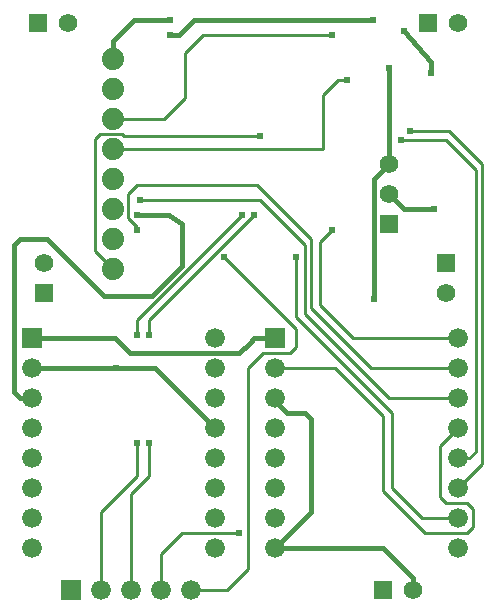
<source format=gbl>
G04 ---------------------------- Layer name :BOTTOM LAYER*
G04 EasyEDA v5.6.15, Thu, 02 Aug 2018 18:58:32 GMT*
G04 5b09e127fb854e9390a9dbda6a4debf4*
G04 Gerber Generator version 0.2*
G04 Scale: 100 percent, Rotated: No, Reflected: No *
G04 Dimensions in inches *
G04 leading zeros omitted , absolute positions ,2 integer and 4 decimal *
%FSLAX24Y24*%
%MOIN*%
G90*
G70D02*

%ADD10C,0.010000*%
%ADD11C,0.015000*%
%ADD12C,0.024400*%
%ADD17R,0.066000X0.066000*%
%ADD18C,0.066000*%
%ADD19R,0.062000X0.062000*%
%ADD20C,0.062000*%
%ADD21C,0.074000*%

%LPD*%
G54D10*
G01X3500Y15400D02*
G01X10500Y15400D01*
G01X10500Y17200D01*
G01X11000Y17700D01*
G01X11300Y17700D01*
G01X15000Y7100D02*
G01X12700Y7100D01*
G01X9900Y9900D01*
G01X9900Y12200D01*
G01X8400Y13700D01*
G01X4400Y13700D01*
G01X4300Y12700D02*
G01X4300Y12800D01*
G01X4100Y13000D01*
G01X4000Y13100D01*
G01X4000Y13900D01*
G01X4300Y14200D01*
G01X8300Y14200D01*
G01X10100Y12400D01*
G01X10100Y10100D01*
G01X12100Y8100D01*
G01X15000Y8100D01*
G01X15000Y5100D02*
G01X15373Y5100D01*
G01X15600Y5326D01*
G01X15600Y14700D01*
G01X14600Y15700D01*
G01X13100Y15700D01*
G01X15000Y4100D02*
G01X15800Y4900D01*
G01X15800Y14900D01*
G01X14700Y16000D01*
G01X13400Y16000D01*
G01X15000Y3100D02*
G01X13800Y3100D01*
G01X12800Y4100D01*
G01X12800Y6600D01*
G01X9700Y9700D01*
G01X9600Y9800D01*
G01X9600Y11800D01*
G01X15000Y9100D02*
G01X11500Y9100D01*
G01X10400Y10200D01*
G01X10400Y12300D01*
G01X10800Y12700D01*
G01X4100Y700D02*
G01X4100Y3900D01*
G01X4600Y4400D01*
G01X4700Y4500D01*
G01X4700Y5600D01*
G01X4700Y9200D02*
G01X4700Y9700D01*
G01X8200Y13200D01*
G01X7800Y13200D02*
G01X4300Y9700D01*
G01X4300Y9200D01*
G01X4300Y5600D02*
G01X4300Y4500D01*
G01X3100Y3300D01*
G01X3100Y700D01*
G01X7700Y2600D02*
G01X5800Y2600D01*
G01X5100Y1900D01*
G01X5100Y700D01*
G54D11*
G01X8900Y2100D02*
G01X12500Y2100D01*
G01X13500Y1100D01*
G01X13500Y700D01*
G01X800Y7100D02*
G01X400Y7100D01*
G01X200Y7300D01*
G01X200Y12205D01*
G01X400Y12400D01*
G01X1300Y12400D01*
G01X3200Y10500D01*
G01X4800Y10500D01*
G01X5800Y11500D01*
G01X5800Y12900D01*
G01X5375Y13200D01*
G01X4300Y13200D01*
G01X8900Y2100D02*
G01X10100Y3300D01*
G01X10100Y6400D01*
G01X9900Y6600D01*
G01X9300Y6600D01*
G01X8800Y7100D01*
G54D10*
G01X3500Y16400D02*
G01X5200Y16400D01*
G01X5900Y17100D01*
G01X5900Y18600D01*
G01X6500Y19200D01*
G01X10800Y19200D01*
G54D11*
G01X900Y8100D02*
G01X4900Y8100D01*
G01X6900Y6100D01*
G01X3500Y18400D02*
G01X3500Y19000D01*
G01X4200Y19700D01*
G01X5400Y19700D01*
G01X12150Y19700D02*
G01X6200Y19700D01*
G01X5700Y19200D01*
G01X5500Y19200D01*
G01X13200Y19350D02*
G01X14100Y18300D01*
G01X14100Y18300D01*
G01X14100Y17950D01*
G01X14200Y13400D02*
G01X13200Y13400D01*
G01X12700Y13900D01*
G54D10*
G01X8800Y8100D02*
G01X10900Y8100D01*
G01X12500Y6500D01*
G01X12500Y4000D01*
G01X13900Y2600D01*
G01X15300Y2600D01*
G01X15500Y2800D01*
G01X15500Y3400D01*
G01X15300Y3600D01*
G01X14600Y3600D01*
G01X14400Y3800D01*
G01X14400Y5500D01*
G01X15000Y6100D01*
G01X6100Y700D02*
G01X7300Y700D01*
G01X8000Y1400D01*
G01X8000Y8100D01*
G01X8500Y8600D01*
G01X9400Y8600D01*
G01X9600Y8800D01*
G01X9600Y9400D01*
G01X7200Y11800D01*
G54D11*
G01X12200Y10400D02*
G01X12200Y14400D01*
G01X12700Y14900D01*
G54D10*
G01X8400Y15850D02*
G01X3850Y15850D01*
G01X3800Y15900D01*
G01X3050Y15900D01*
G01X2900Y15750D01*
G01X2900Y12000D01*
G01X3500Y11400D01*
G54D11*
G01X800Y9100D02*
G01X3550Y9100D01*
G01X4050Y8600D01*
G01X7700Y8600D01*
G01X8050Y8950D01*
G01X8200Y9100D01*
G01X8900Y9100D01*
G01X12700Y14900D02*
G01X12700Y18100D01*
G54D17*
G01X2100Y700D03*
G54D18*
G01X3100Y700D03*
G01X4100Y700D03*
G01X5100Y700D03*
G01X6100Y700D03*
G54D17*
G01X800Y9100D03*
G54D18*
G01X6900Y9100D03*
G01X800Y8100D03*
G01X800Y7100D03*
G01X800Y6100D03*
G01X800Y5100D03*
G01X800Y4100D03*
G01X800Y3100D03*
G01X800Y2100D03*
G01X6900Y8100D03*
G01X6900Y7100D03*
G01X6900Y6100D03*
G01X6900Y5100D03*
G01X6900Y4100D03*
G01X6900Y3100D03*
G01X6900Y2100D03*
G54D17*
G01X8900Y9100D03*
G54D18*
G01X15000Y9100D03*
G01X8900Y8100D03*
G01X8900Y7100D03*
G01X8900Y6100D03*
G01X8900Y5100D03*
G01X8900Y4100D03*
G01X8900Y3100D03*
G01X8900Y2100D03*
G01X15000Y8100D03*
G01X15000Y7100D03*
G01X15000Y6100D03*
G01X15000Y5100D03*
G01X15000Y4100D03*
G01X15000Y3100D03*
G01X15000Y2100D03*
G54D19*
G01X1000Y19600D03*
G54D20*
G01X2000Y19600D03*
G54D19*
G01X1200Y10600D03*
G54D20*
G01X1200Y11600D03*
G54D19*
G01X14000Y19600D03*
G54D20*
G01X15000Y19600D03*
G54D19*
G01X14600Y11600D03*
G54D20*
G01X14600Y10600D03*
G54D19*
G01X12500Y700D03*
G54D20*
G01X13500Y700D03*
G54D21*
G01X3500Y18400D03*
G01X3500Y17400D03*
G01X3500Y16400D03*
G01X3500Y15400D03*
G01X3500Y14400D03*
G01X3500Y13400D03*
G01X3500Y12400D03*
G01X3500Y11400D03*
G54D20*
G01X12700Y14900D03*
G01X12700Y13900D03*
G54D19*
G01X12700Y12900D03*
G54D12*
G01X10800Y19200D03*
G01X11300Y17700D03*
G01X4400Y13700D03*
G01X4300Y12700D03*
G01X13100Y15700D03*
G01X13400Y16000D03*
G01X9600Y11800D03*
G01X10800Y12700D03*
G01X4700Y5600D03*
G01X8200Y13200D03*
G01X7800Y13200D03*
G01X4300Y9200D03*
G01X4300Y5600D03*
G01X4700Y9200D03*
G01X7700Y2600D03*
G01X4300Y13200D03*
G01X5400Y19700D03*
G01X5400Y19200D03*
G01X14200Y13400D03*
G01X3600Y8100D03*
G01X7200Y11800D03*
G01X12200Y10400D03*
G01X14100Y17950D03*
G01X13200Y19350D03*
G01X12150Y19700D03*
G01X8400Y15850D03*
G01X12700Y18100D03*
M00*
M02*

</source>
